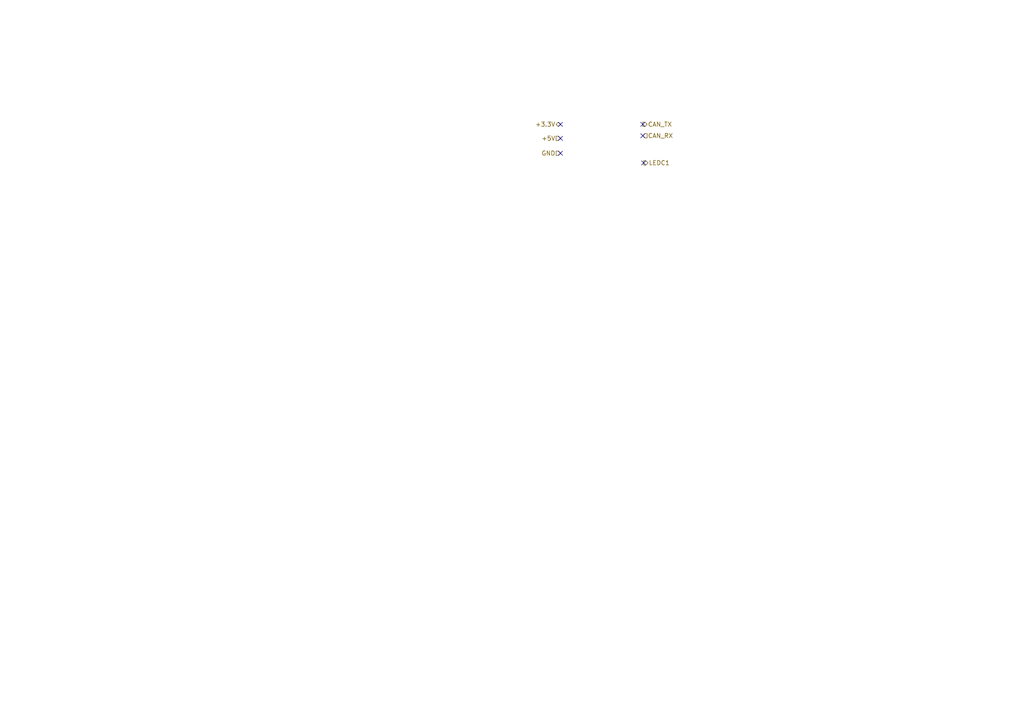
<source format=kicad_sch>
(kicad_sch (version 20211123) (generator eeschema)
  (paper "A4")
  (lib_symbols)
  (no_connect (at 162.56 44.45))
  (no_connect (at 162.56 40.132))
  (no_connect (at 186.436 36.068))
  (no_connect (at 186.436 39.37))
  (no_connect (at 186.69 47.244))
  (no_connect (at 162.56 36.068))
  (hierarchical_label "GND" (shape input) (at 162.56 44.45 180))
  (hierarchical_label "+3.3V" (shape bidirectional) (at 162.56 36.068 180))
  (hierarchical_label "CAN_RX" (shape input) (at 186.436 39.37 0))
  (hierarchical_label "+5V" (shape input) (at 162.56 40.132 180))
  (hierarchical_label "CAN_TX" (shape output) (at 186.436 36.068 0))
  (hierarchical_label "LEDC1" (shape output) (at 186.69 47.244 0))
)
</source>
